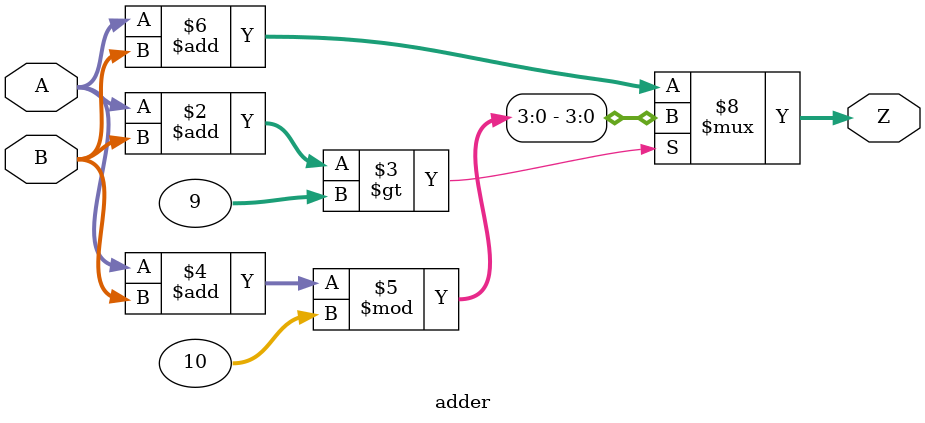
<source format=v>
module adder(
    input [3:0] A,
    input [3:0] B,
    output reg [3:0] Z
);

    always @(*) begin
        if((A+B) > 9) begin
            Z = (A+B) % 10;
        end
        else begin
            Z = A+B;
        end
    end

endmodule
</source>
